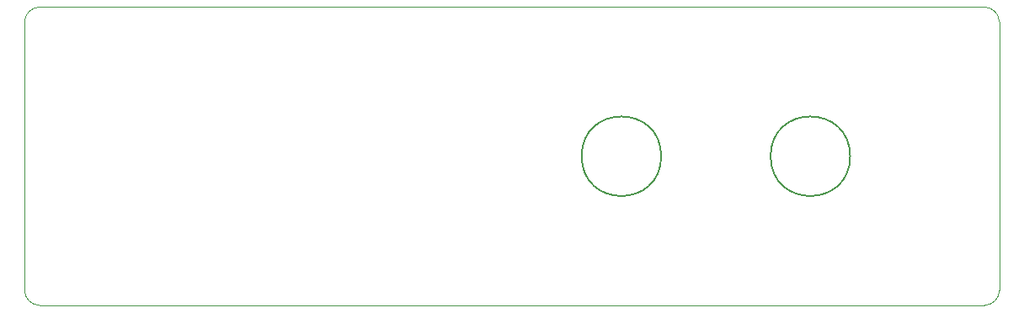
<source format=gbr>
%TF.GenerationSoftware,KiCad,Pcbnew,5.1.7*%
%TF.CreationDate,2020-10-29T21:40:27-04:00*%
%TF.ProjectId,current-sensor-backpanel,63757272-656e-4742-9d73-656e736f722d,0*%
%TF.SameCoordinates,Original*%
%TF.FileFunction,Profile,NP*%
%FSLAX46Y46*%
G04 Gerber Fmt 4.6, Leading zero omitted, Abs format (unit mm)*
G04 Created by KiCad (PCBNEW 5.1.7) date 2020-10-29 21:40:27*
%MOMM*%
%LPD*%
G01*
G04 APERTURE LIST*
%TA.AperFunction,Profile*%
%ADD10C,0.050000*%
%TD*%
%TA.AperFunction,Profile*%
%ADD11C,0.150000*%
%TD*%
G04 APERTURE END LIST*
D10*
X101500000Y-150000000D02*
G75*
G02*
X100000000Y-148500000I0J1500000D01*
G01*
X100000000Y-148500000D02*
X100000000Y-121500000D01*
X100000000Y-121500000D02*
G75*
G02*
X101500000Y-120000000I1500000J0D01*
G01*
X101500000Y-120000000D02*
X196500000Y-120000000D01*
X196500000Y-120000000D02*
G75*
G02*
X198000000Y-121500000I0J-1500000D01*
G01*
X198000000Y-121500000D02*
X198000000Y-148500000D01*
X198000000Y-148500000D02*
G75*
G02*
X196500000Y-150000000I-1500000J0D01*
G01*
X101500000Y-150000000D02*
X196500000Y-150000000D01*
D11*
%TO.C,C2*%
X183000000Y-135000000D02*
G75*
G03*
X183000000Y-135000000I-4000000J0D01*
G01*
%TO.C,C1*%
X164000000Y-135000000D02*
G75*
G03*
X164000000Y-135000000I-4000000J0D01*
G01*
%TD*%
M02*

</source>
